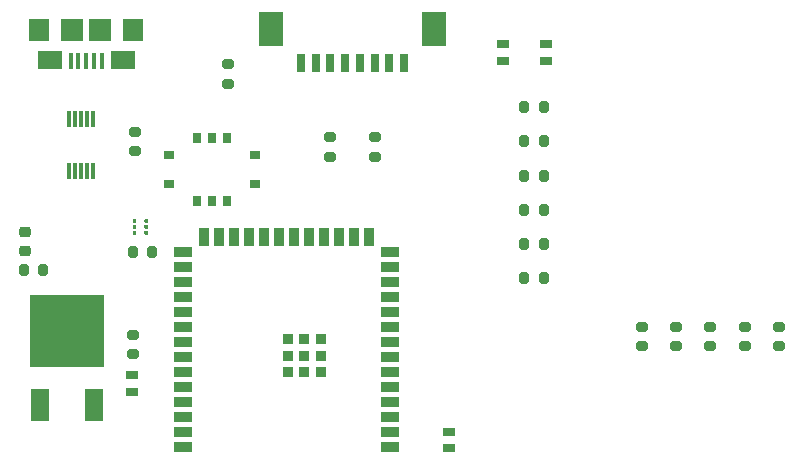
<source format=gbr>
%TF.GenerationSoftware,KiCad,Pcbnew,(6.0.8-1)-1*%
%TF.CreationDate,2022-11-08T13:41:34-07:00*%
%TF.ProjectId,AirU,41697255-2e6b-4696-9361-645f70636258,rev?*%
%TF.SameCoordinates,Original*%
%TF.FileFunction,Paste,Top*%
%TF.FilePolarity,Positive*%
%FSLAX46Y46*%
G04 Gerber Fmt 4.6, Leading zero omitted, Abs format (unit mm)*
G04 Created by KiCad (PCBNEW (6.0.8-1)-1) date 2022-11-08 13:41:34*
%MOMM*%
%LPD*%
G01*
G04 APERTURE LIST*
G04 Aperture macros list*
%AMRoundRect*
0 Rectangle with rounded corners*
0 $1 Rounding radius*
0 $2 $3 $4 $5 $6 $7 $8 $9 X,Y pos of 4 corners*
0 Add a 4 corners polygon primitive as box body*
4,1,4,$2,$3,$4,$5,$6,$7,$8,$9,$2,$3,0*
0 Add four circle primitives for the rounded corners*
1,1,$1+$1,$2,$3*
1,1,$1+$1,$4,$5*
1,1,$1+$1,$6,$7*
1,1,$1+$1,$8,$9*
0 Add four rect primitives between the rounded corners*
20,1,$1+$1,$2,$3,$4,$5,0*
20,1,$1+$1,$4,$5,$6,$7,0*
20,1,$1+$1,$6,$7,$8,$9,0*
20,1,$1+$1,$8,$9,$2,$3,0*%
G04 Aperture macros list end*
%ADD10C,0.050000*%
%ADD11C,0.100000*%
%ADD12RoundRect,0.200000X0.200000X0.275000X-0.200000X0.275000X-0.200000X-0.275000X0.200000X-0.275000X0*%
%ADD13RoundRect,0.200000X-0.275000X0.200000X-0.275000X-0.200000X0.275000X-0.200000X0.275000X0.200000X0*%
%ADD14R,1.500000X0.900000*%
%ADD15R,0.900000X1.500000*%
%ADD16R,0.900000X0.900000*%
%ADD17RoundRect,0.200000X0.275000X-0.200000X0.275000X0.200000X-0.275000X0.200000X-0.275000X-0.200000X0*%
%ADD18R,0.990000X0.780000*%
%ADD19RoundRect,0.218750X0.256250X-0.218750X0.256250X0.218750X-0.256250X0.218750X-0.256250X-0.218750X0*%
%ADD20R,1.500000X2.800000*%
%ADD21R,6.300000X6.100000*%
%ADD22R,0.771800X0.961800*%
%ADD23R,0.961800X0.771800*%
%ADD24R,0.300000X1.400000*%
%ADD25R,0.400000X1.350000*%
%ADD26R,1.800000X1.900000*%
%ADD27R,2.100000X1.600000*%
%ADD28R,1.900000X1.900000*%
%ADD29R,0.800000X1.600000*%
%ADD30R,2.100000X3.000000*%
%ADD31RoundRect,0.200000X-0.200000X-0.275000X0.200000X-0.275000X0.200000X0.275000X-0.200000X0.275000X0*%
G04 APERTURE END LIST*
D10*
%TO.C,U5*%
X133149994Y-41524999D02*
G75*
G03*
X133149994Y-41524999I-25001J0D01*
G01*
X132299998Y-42025000D02*
G75*
G03*
X132299998Y-42025000I-25001J0D01*
G01*
X133149994Y-41025000D02*
G75*
G03*
X133149994Y-41025000I-25001J0D01*
G01*
X132299998Y-42175003D02*
G75*
G03*
X132299998Y-42175003I-25001J0D01*
G01*
X132299998Y-41524999D02*
G75*
G03*
X132299998Y-41524999I-25001J0D01*
G01*
X133149994Y-41175002D02*
G75*
G03*
X133149994Y-41175002I-25001J0D01*
G01*
X132299998Y-41675001D02*
G75*
G03*
X132299998Y-41675001I-25001J0D01*
G01*
X133149994Y-41675001D02*
G75*
G03*
X133149994Y-41675001I-25001J0D01*
G01*
X133299996Y-41675001D02*
G75*
G03*
X133299996Y-41675001I-25001J0D01*
G01*
X132149996Y-41675001D02*
G75*
G03*
X132149996Y-41675001I-25001J0D01*
G01*
X132149996Y-41175002D02*
G75*
G03*
X132149996Y-41175002I-25001J0D01*
G01*
X133149994Y-42025000D02*
G75*
G03*
X133149994Y-42025000I-25001J0D01*
G01*
X132299998Y-41175002D02*
G75*
G03*
X132299998Y-41175002I-25001J0D01*
G01*
X132149996Y-42175003D02*
G75*
G03*
X132149996Y-42175003I-25001J0D01*
G01*
X133299996Y-41025000D02*
G75*
G03*
X133299996Y-41025000I-25001J0D01*
G01*
X133299996Y-42175003D02*
G75*
G03*
X133299996Y-42175003I-25001J0D01*
G01*
X133299996Y-41524999D02*
G75*
G03*
X133299996Y-41524999I-25001J0D01*
G01*
X132149996Y-41524999D02*
G75*
G03*
X132149996Y-41524999I-25001J0D01*
G01*
X133299996Y-41175002D02*
G75*
G03*
X133299996Y-41175002I-25001J0D01*
G01*
X132149996Y-42025000D02*
G75*
G03*
X132149996Y-42025000I-25001J0D01*
G01*
X133149994Y-42175003D02*
G75*
G03*
X133149994Y-42175003I-25001J0D01*
G01*
X133299996Y-42025000D02*
G75*
G03*
X133299996Y-42025000I-25001J0D01*
G01*
X132149996Y-41025000D02*
G75*
G03*
X132149996Y-41025000I-25001J0D01*
G01*
X132299998Y-41025000D02*
G75*
G03*
X132299998Y-41025000I-25001J0D01*
G01*
G36*
X133274992Y-41025002D02*
G01*
X133124993Y-41025002D01*
X133124993Y-40975003D01*
X133274992Y-40975003D01*
X133274992Y-41025002D01*
G37*
D11*
X133274992Y-41025002D02*
X133124993Y-41025002D01*
X133124993Y-40975003D01*
X133274992Y-40975003D01*
X133274992Y-41025002D01*
G36*
X133124993Y-41675001D02*
G01*
X133074993Y-41675001D01*
X133074993Y-41525001D01*
X133124993Y-41525001D01*
X133124993Y-41675001D01*
G37*
X133124993Y-41675001D02*
X133074993Y-41675001D01*
X133074993Y-41525001D01*
X133124993Y-41525001D01*
X133124993Y-41675001D01*
G36*
X133324992Y-41675001D02*
G01*
X133274992Y-41675001D01*
X133274992Y-41525001D01*
X133324992Y-41525001D01*
X133324992Y-41675001D01*
G37*
X133324992Y-41675001D02*
X133274992Y-41675001D01*
X133274992Y-41525001D01*
X133324992Y-41525001D01*
X133324992Y-41675001D01*
G36*
X132274994Y-41725001D02*
G01*
X132124995Y-41725001D01*
X132124995Y-41675001D01*
X132274994Y-41675001D01*
X132274994Y-41725001D01*
G37*
X132274994Y-41725001D02*
X132124995Y-41725001D01*
X132124995Y-41675001D01*
X132274994Y-41675001D01*
X132274994Y-41725001D01*
G36*
X132124995Y-41175002D02*
G01*
X132074995Y-41175002D01*
X132074995Y-41025002D01*
X132124995Y-41025002D01*
X132124995Y-41175002D01*
G37*
X132124995Y-41175002D02*
X132074995Y-41175002D01*
X132074995Y-41025002D01*
X132124995Y-41025002D01*
X132124995Y-41175002D01*
G36*
X132274994Y-42175005D02*
G01*
X132124992Y-42175005D01*
X132124992Y-42025003D01*
X132274994Y-42025003D01*
X132274994Y-42175005D01*
G37*
X132274994Y-42175005D02*
X132124992Y-42175005D01*
X132124992Y-42025003D01*
X132274994Y-42025003D01*
X132274994Y-42175005D01*
G36*
X133274992Y-42175005D02*
G01*
X133124990Y-42175005D01*
X133124990Y-42025003D01*
X133274992Y-42025003D01*
X133274992Y-42175005D01*
G37*
X133274992Y-42175005D02*
X133124990Y-42175005D01*
X133124990Y-42025003D01*
X133274992Y-42025003D01*
X133274992Y-42175005D01*
G36*
X133324992Y-42175003D02*
G01*
X133274992Y-42175003D01*
X133274992Y-42025003D01*
X133324992Y-42025003D01*
X133324992Y-42175003D01*
G37*
X133324992Y-42175003D02*
X133274992Y-42175003D01*
X133274992Y-42025003D01*
X133324992Y-42025003D01*
X133324992Y-42175003D01*
G36*
X133124993Y-42175003D02*
G01*
X133074993Y-42175003D01*
X133074993Y-42025003D01*
X133124993Y-42025003D01*
X133124993Y-42175003D01*
G37*
X133124993Y-42175003D02*
X133074993Y-42175003D01*
X133074993Y-42025003D01*
X133124993Y-42025003D01*
X133124993Y-42175003D01*
G36*
X133324992Y-41175002D02*
G01*
X133274992Y-41175002D01*
X133274992Y-41025002D01*
X133324992Y-41025002D01*
X133324992Y-41175002D01*
G37*
X133324992Y-41175002D02*
X133274992Y-41175002D01*
X133274992Y-41025002D01*
X133324992Y-41025002D01*
X133324992Y-41175002D01*
G36*
X133274992Y-41175005D02*
G01*
X133124990Y-41175005D01*
X133124990Y-41025002D01*
X133274992Y-41025002D01*
X133274992Y-41175005D01*
G37*
X133274992Y-41175005D02*
X133124990Y-41175005D01*
X133124990Y-41025002D01*
X133274992Y-41025002D01*
X133274992Y-41175005D01*
G36*
X132274994Y-42225003D02*
G01*
X132124995Y-42225003D01*
X132124995Y-42175003D01*
X132274994Y-42175003D01*
X132274994Y-42225003D01*
G37*
X132274994Y-42225003D02*
X132124995Y-42225003D01*
X132124995Y-42175003D01*
X132274994Y-42175003D01*
X132274994Y-42225003D01*
G36*
X133124993Y-41175002D02*
G01*
X133074993Y-41175002D01*
X133074993Y-41025002D01*
X133124993Y-41025002D01*
X133124993Y-41175002D01*
G37*
X133124993Y-41175002D02*
X133074993Y-41175002D01*
X133074993Y-41025002D01*
X133124993Y-41025002D01*
X133124993Y-41175002D01*
G36*
X132274994Y-41025002D02*
G01*
X132124995Y-41025002D01*
X132124995Y-40975003D01*
X132274994Y-40975003D01*
X132274994Y-41025002D01*
G37*
X132274994Y-41025002D02*
X132124995Y-41025002D01*
X132124995Y-40975003D01*
X132274994Y-40975003D01*
X132274994Y-41025002D01*
G36*
X133274992Y-41725001D02*
G01*
X133124993Y-41725001D01*
X133124993Y-41675001D01*
X133274992Y-41675001D01*
X133274992Y-41725001D01*
G37*
X133274992Y-41725001D02*
X133124993Y-41725001D01*
X133124993Y-41675001D01*
X133274992Y-41675001D01*
X133274992Y-41725001D01*
G36*
X132274994Y-41675004D02*
G01*
X132124992Y-41675004D01*
X132124992Y-41525001D01*
X132274994Y-41525001D01*
X132274994Y-41675004D01*
G37*
X132274994Y-41675004D02*
X132124992Y-41675004D01*
X132124992Y-41525001D01*
X132274994Y-41525001D01*
X132274994Y-41675004D01*
G36*
X132274994Y-41175005D02*
G01*
X132124992Y-41175005D01*
X132124992Y-41025002D01*
X132274994Y-41025002D01*
X132274994Y-41175005D01*
G37*
X132274994Y-41175005D02*
X132124992Y-41175005D01*
X132124992Y-41025002D01*
X132274994Y-41025002D01*
X132274994Y-41175005D01*
G36*
X132324994Y-41175002D02*
G01*
X132274994Y-41175002D01*
X132274994Y-41025002D01*
X132324994Y-41025002D01*
X132324994Y-41175002D01*
G37*
X132324994Y-41175002D02*
X132274994Y-41175002D01*
X132274994Y-41025002D01*
X132324994Y-41025002D01*
X132324994Y-41175002D01*
G36*
X132324994Y-42175003D02*
G01*
X132274994Y-42175003D01*
X132274994Y-42025003D01*
X132324994Y-42025003D01*
X132324994Y-42175003D01*
G37*
X132324994Y-42175003D02*
X132274994Y-42175003D01*
X132274994Y-42025003D01*
X132324994Y-42025003D01*
X132324994Y-42175003D01*
G36*
X133274992Y-41675004D02*
G01*
X133124990Y-41675004D01*
X133124990Y-41525001D01*
X133274992Y-41525001D01*
X133274992Y-41675004D01*
G37*
X133274992Y-41675004D02*
X133124990Y-41675004D01*
X133124990Y-41525001D01*
X133274992Y-41525001D01*
X133274992Y-41675004D01*
G36*
X133274992Y-42225003D02*
G01*
X133124993Y-42225003D01*
X133124993Y-42175003D01*
X133274992Y-42175003D01*
X133274992Y-42225003D01*
G37*
X133274992Y-42225003D02*
X133124993Y-42225003D01*
X133124993Y-42175003D01*
X133274992Y-42175003D01*
X133274992Y-42225003D01*
G36*
X132124995Y-42175003D02*
G01*
X132074995Y-42175003D01*
X132074995Y-42025003D01*
X132124995Y-42025003D01*
X132124995Y-42175003D01*
G37*
X132124995Y-42175003D02*
X132074995Y-42175003D01*
X132074995Y-42025003D01*
X132124995Y-42025003D01*
X132124995Y-42175003D01*
G36*
X132124995Y-41675001D02*
G01*
X132074995Y-41675001D01*
X132074995Y-41525001D01*
X132124995Y-41525001D01*
X132124995Y-41675001D01*
G37*
X132124995Y-41675001D02*
X132074995Y-41675001D01*
X132074995Y-41525001D01*
X132124995Y-41525001D01*
X132124995Y-41675001D01*
G36*
X133274992Y-42025003D02*
G01*
X133124993Y-42025003D01*
X133124993Y-41975003D01*
X133274992Y-41975003D01*
X133274992Y-42025003D01*
G37*
X133274992Y-42025003D02*
X133124993Y-42025003D01*
X133124993Y-41975003D01*
X133274992Y-41975003D01*
X133274992Y-42025003D01*
G36*
X132274994Y-42025003D02*
G01*
X132124995Y-42025003D01*
X132124995Y-41975003D01*
X132274994Y-41975003D01*
X132274994Y-42025003D01*
G37*
X132274994Y-42025003D02*
X132124995Y-42025003D01*
X132124995Y-41975003D01*
X132274994Y-41975003D01*
X132274994Y-42025003D01*
G36*
X132274994Y-41525001D02*
G01*
X132124995Y-41525001D01*
X132124995Y-41475002D01*
X132274994Y-41475002D01*
X132274994Y-41525001D01*
G37*
X132274994Y-41525001D02*
X132124995Y-41525001D01*
X132124995Y-41475002D01*
X132274994Y-41475002D01*
X132274994Y-41525001D01*
G36*
X133274992Y-41225002D02*
G01*
X133124993Y-41225002D01*
X133124993Y-41175002D01*
X133274992Y-41175002D01*
X133274992Y-41225002D01*
G37*
X133274992Y-41225002D02*
X133124993Y-41225002D01*
X133124993Y-41175002D01*
X133274992Y-41175002D01*
X133274992Y-41225002D01*
G36*
X132274994Y-41225002D02*
G01*
X132124995Y-41225002D01*
X132124995Y-41175002D01*
X132274994Y-41175002D01*
X132274994Y-41225002D01*
G37*
X132274994Y-41225002D02*
X132124995Y-41225002D01*
X132124995Y-41175002D01*
X132274994Y-41175002D01*
X132274994Y-41225002D01*
G36*
X133274992Y-41525001D02*
G01*
X133124993Y-41525001D01*
X133124993Y-41475002D01*
X133274992Y-41475002D01*
X133274992Y-41525001D01*
G37*
X133274992Y-41525001D02*
X133124993Y-41525001D01*
X133124993Y-41475002D01*
X133274992Y-41475002D01*
X133274992Y-41525001D01*
G36*
X132324994Y-41675001D02*
G01*
X132274994Y-41675001D01*
X132274994Y-41525001D01*
X132324994Y-41525001D01*
X132324994Y-41675001D01*
G37*
X132324994Y-41675001D02*
X132274994Y-41675001D01*
X132274994Y-41525001D01*
X132324994Y-41525001D01*
X132324994Y-41675001D01*
%TD*%
D12*
%TO.C,R5*%
X166900000Y-43100000D03*
X165250000Y-43100000D03*
%TD*%
D13*
%TO.C,R14*%
X132100000Y-50775000D03*
X132100000Y-52425000D03*
%TD*%
D14*
%TO.C,U1*%
X153850000Y-60260000D03*
X153850000Y-58990000D03*
X153850000Y-57720000D03*
X153850000Y-56450000D03*
X153850000Y-55180000D03*
X153850000Y-53910000D03*
X153850000Y-52640000D03*
X153850000Y-51370000D03*
X153850000Y-50100000D03*
X153850000Y-48830000D03*
X153850000Y-47560000D03*
X153850000Y-46290000D03*
X153850000Y-45020000D03*
X153850000Y-43750000D03*
D15*
X152085000Y-42500000D03*
X150815000Y-42500000D03*
X149545000Y-42500000D03*
X148275000Y-42500000D03*
X147005000Y-42500000D03*
X145735000Y-42500000D03*
X144465000Y-42500000D03*
X143195000Y-42500000D03*
X141925000Y-42500000D03*
X140655000Y-42500000D03*
X139385000Y-42500000D03*
X138115000Y-42500000D03*
D14*
X136350000Y-43750000D03*
X136350000Y-45020000D03*
X136350000Y-46290000D03*
X136350000Y-47560000D03*
X136350000Y-48830000D03*
X136350000Y-50100000D03*
X136350000Y-51370000D03*
X136350000Y-52640000D03*
X136350000Y-53910000D03*
X136350000Y-55180000D03*
X136350000Y-56450000D03*
X136350000Y-57720000D03*
X136350000Y-58990000D03*
X136350000Y-60260000D03*
D16*
X145200000Y-51140000D03*
X146600000Y-52540000D03*
X146600000Y-51140000D03*
X145200000Y-52540000D03*
X148000000Y-51140000D03*
X146600000Y-53940000D03*
X148000000Y-52540000D03*
X145200000Y-53940000D03*
X148000000Y-53940000D03*
%TD*%
D13*
%TO.C,R8*%
X178100000Y-50100000D03*
X178100000Y-51750000D03*
%TD*%
%TO.C,R9*%
X181000000Y-50100000D03*
X181000000Y-51750000D03*
%TD*%
D12*
%TO.C,R3*%
X166900000Y-37300000D03*
X165250000Y-37300000D03*
%TD*%
D17*
%TO.C,R17*%
X148800000Y-35725000D03*
X148800000Y-34075000D03*
%TD*%
%TO.C,R18*%
X152600000Y-35725000D03*
X152600000Y-34075000D03*
%TD*%
D18*
%TO.C,C4*%
X158900000Y-60400000D03*
X158900000Y-59000000D03*
%TD*%
D12*
%TO.C,R15*%
X133725000Y-43800000D03*
X132075000Y-43800000D03*
%TD*%
D19*
%TO.C,D1*%
X123000000Y-43687500D03*
X123000000Y-42112500D03*
%TD*%
D20*
%TO.C,IC3*%
X124214000Y-56700000D03*
D21*
X126500000Y-50450000D03*
D20*
X128786000Y-56700000D03*
%TD*%
D18*
%TO.C,C1*%
X163400000Y-26200000D03*
X163400000Y-27600000D03*
%TD*%
D22*
%TO.C,U4*%
X137550000Y-39475000D03*
X138800000Y-39475000D03*
X140050000Y-39475000D03*
D23*
X142475000Y-38050000D03*
X142475000Y-35550000D03*
D22*
X140050000Y-34125000D03*
X138800000Y-34125000D03*
X137550000Y-34125000D03*
D23*
X135125000Y-35550000D03*
X135125000Y-38050000D03*
%TD*%
D13*
%TO.C,R13*%
X132300000Y-33575000D03*
X132300000Y-35225000D03*
%TD*%
D12*
%TO.C,R2*%
X166900000Y-34400000D03*
X165250000Y-34400000D03*
%TD*%
D13*
%TO.C,R7*%
X175200000Y-50100000D03*
X175200000Y-51750000D03*
%TD*%
D18*
%TO.C,C2*%
X132000000Y-55600000D03*
X132000000Y-54200000D03*
%TD*%
D12*
%TO.C,R6*%
X166900000Y-46000000D03*
X165250000Y-46000000D03*
%TD*%
D13*
%TO.C,R10*%
X183900000Y-50100000D03*
X183900000Y-51750000D03*
%TD*%
D24*
%TO.C,U2*%
X128700000Y-32500000D03*
X128200000Y-32500000D03*
X127700000Y-32500000D03*
X127200000Y-32500000D03*
X126700000Y-32500000D03*
X126700000Y-36900000D03*
X127200000Y-36900000D03*
X127700000Y-36900000D03*
X128200000Y-36900000D03*
X128700000Y-36900000D03*
%TD*%
D17*
%TO.C,R12*%
X140200000Y-29525000D03*
X140200000Y-27875000D03*
%TD*%
D25*
%TO.C,J2*%
X129450000Y-27625000D03*
X128800000Y-27625000D03*
X128150000Y-27625000D03*
X127500000Y-27625000D03*
X126850000Y-27625000D03*
D26*
X132150000Y-24950000D03*
X124150000Y-24950000D03*
D27*
X131250000Y-27500000D03*
X125050000Y-27500000D03*
D28*
X129350000Y-24950000D03*
X126950000Y-24950000D03*
%TD*%
D29*
%TO.C,J1*%
X155075000Y-27800000D03*
X153825000Y-27800000D03*
X152575000Y-27800000D03*
X151325000Y-27800000D03*
X150075000Y-27800000D03*
X148825000Y-27800000D03*
X147575000Y-27800000D03*
X146325000Y-27800000D03*
D30*
X157625000Y-24900000D03*
X143775000Y-24900000D03*
%TD*%
D12*
%TO.C,R4*%
X166900000Y-40200000D03*
X165250000Y-40200000D03*
%TD*%
D18*
%TO.C,C5*%
X167100000Y-27600000D03*
X167100000Y-26200000D03*
%TD*%
D12*
%TO.C,R1*%
X166900000Y-31500000D03*
X165250000Y-31500000D03*
%TD*%
D31*
%TO.C,R16*%
X122875000Y-45300000D03*
X124525000Y-45300000D03*
%TD*%
D13*
%TO.C,R11*%
X186800000Y-50100000D03*
X186800000Y-51750000D03*
%TD*%
M02*

</source>
